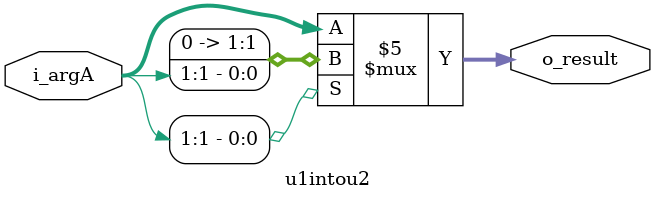
<source format=sv>
module u1intou2 (i_argA,
                o_result);

parameter BITS = 2;
input logic signed [BITS-1:0] i_argA;
output logic signed [BITS-1:0] o_result;

always @(*)
    begin 
        if(i_argA[BITS-1] == 0)
        begin
            o_result = i_argA;
        end
        else   
        begin
            o_result = (i_argA >> 1);
        end
    end
endmodule

</source>
